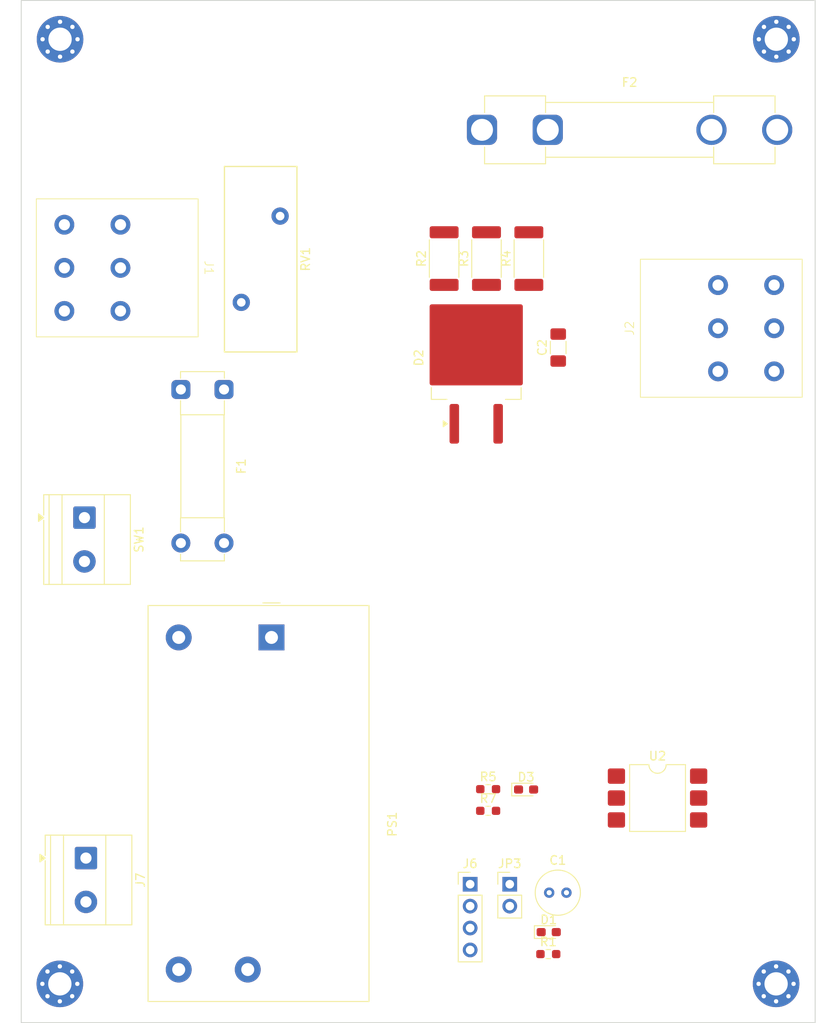
<source format=kicad_pcb>
(kicad_pcb (version 20241229) (generator "pcbnew") (generator_version "9.0")
  (title_block (title "${DOC_TYPE} Document") (date "2024-04-13") (rev "1.1") (company "${COMPANY}"))
  (layers (0 "F.Cu" signal "L1 (Sig, PWR)") (4 "In1.Cu" signal "L2 (GND)") (6 "In2.Cu" signal "L3 (Sig, PWR)") (8 "In3.Cu" signal "L4 (Sig, PWR)") (10 "In4.Cu" signal "L5 (GND)") (2 "B.Cu" signal "L6 (Sig, PWR)") (13 "F.Paste" user) (15 "B.Paste" user) (5 "F.SilkS" user "F.Silkscreen") (7 "B.SilkS" user "B.Silkscreen") (1 "F.Mask" user) (3 "B.Mask" user) (25 "Edge.Cuts" user))
  (property "BOARD_NAME" "Power Board")
  (property "COMPANY" "MTP Engineering")
  (property "DESIGNER" "Michael Pate")
  (property "DOC_TYPE" "Draft")
  (property "PROJECT_NAME" "Toaster-Flo")
  (property "RELEASE_DATE" "")
  (property "REVIEWER" "")
  (property "REVISION" "1.0")
  (property "VARIANT" "Rev 0")
  (net 0 "")
  (net 1 "GND")
  (net 2 "VDD")
  (net 3 "/Project Architecture/Heater Control/L1_F2_RC")
  (net 4 "LN")
  (net 5 "/Project Architecture/Power Supply/D1_K")
  (net 6 "/Project Architecture/Heater Control/LN_OPTO")
  (net 7 "/Project Architecture/Heater Control/L1_F2")
  (net 8 "/Project Architecture/Heater Control/D3_K")
  (net 9 "D_Heater")
  (net 10 "L1")
  (net 11 "/Project Architecture/Power Supply/L1_F1")
  (net 12 "/Project Architecture/Heater Control/L1_HEATER")
  (net 13 "GNDPWR")
  (net 14 "/Project Architecture/Power Supply/VDD_AC_DC")
  (net 15 "/Project Architecture/Power Supply/L1_F1_SW")
  (net 16 "/Project Architecture/Heater Control/L1_F2_OPTO")
  (net 17 "/Project Architecture/Heater Control/D_R5_OPTO")
  (footprint "Converter_ACDC:Converter_ACDC_MeanWell_IRM-10-xx_THT" (layer "F.Cu") (at 142.5 96.8425 -90)
    (property "Reference" "PS1" (at 21.6575 -14 90) (layer "F.SilkS"))
    (property "Value" "IRM-10-5")
    (fp_line (start -3.7 14.3) (end 42.2 14.3) (stroke (width 0.12)) (layer "F.SilkS"))
    (fp_line (start -4 -1) (end -4 1) (stroke (width 0.12)) (layer "F.SilkS"))
    (fp_line (start -3.7 -11.3) (end -3.7 14.3) (stroke (width 0.12)) (layer "F.SilkS"))
    (fp_line (start -3.7 -11.3) (end 42.2 -11.3) (stroke (width 0.12)) (layer "F.SilkS"))
    (fp_line (start 42.2 -11.3) (end 42.2 14.3) (stroke (width 0.12)) (layer "F.SilkS"))
    (pad "1" thru_hole rect (at 0 0 270) (size 3 3) (drill 1.5) (layers "*.Cu" "*.Mask") (net 4 "LN"))
    (pad "2" thru_hole circle (at 0 10.75 270) (size 3 3) (drill 1.5) (layers "*.Cu" "*.Mask") (net 15 "/Project Architecture/Power Supply/L1_F1_SW"))
    (pad "3" thru_hole circle (at 38.5 10.75 270) (size 3 3) (drill 1.5) (layers "*.Cu" "*.Mask") (net 1 "GND"))
    (pad "4" thru_hole circle (at 38.5 2.75 270) (size 3 3) (drill 1.5) (layers "*.Cu" "*.Mask") (net 14 "/Project Architecture/Power Supply/VDD_AC_DC"))
  )
  (footprint "Fuse:Fuseholder_Clip-5x20mm_Bel_FC-203-22_Lateral_P17.80x5.00mm_D1.17mm_Horizontal" (layer "F.Cu") (at 137 68.1 -90)
    (property "Reference" "F1" (at 8.9 -2 90) (layer "F.SilkS"))
    (property "Value" "1A")
    (fp_line (start -2.07 5.04) (end -2.07 -0.04) (stroke (width 0.12)) (layer "F.SilkS"))
    (fp_line (start -1.3 5.04) (end -2.07 5.04) (stroke (width 0.12)) (layer "F.SilkS"))
    (fp_line (start 2.93 5.04) (end 1.3 5.04) (stroke (width 0.12)) (layer "F.SilkS"))
    (fp_line (start 16.5 5.04) (end 14.87 5.04) (stroke (width 0.12)) (layer "F.SilkS"))
    (fp_line (start 19.1 5.04) (end 19.87 5.04) (stroke (width 0.12)) (layer "F.SilkS"))
    (fp_line (start 14.87 5) (end 2.93 5) (stroke (width 0.12)) (layer "F.SilkS"))
    (fp_line (start 14.87 0) (end 2.93 0) (stroke (width 0.12)) (layer "F.SilkS"))
    (fp_line (start -1.3 -0.04) (end -2.07 -0.04) (stroke (width 0.12)) (layer "F.SilkS"))
    (fp_line (start 2.93 -0.04) (end 2.93 5.04) (stroke (width 0.12)) (layer "F.SilkS"))
    (fp_line (start 2.93 -0.04) (end 1.3 -0.04) (stroke (width 0.12)) (layer "F.SilkS"))
    (fp_line (start 14.87 -0.04) (end 14.87 5.04) (stroke (width 0.12)) (layer "F.SilkS"))
    (fp_line (start 16.5 -0.04) (end 14.87 -0.04) (stroke (width 0.12)) (layer "F.SilkS"))
    (fp_line (start 19.1 -0.04) (end 19.87 -0.04) (stroke (width 0.12)) (layer "F.SilkS"))
    (fp_line (start 19.87 -0.04) (end 19.87 5.04) (stroke (width 0.12)) (layer "F.SilkS"))
    (pad "1" thru_hole roundrect (at 0 0 270) (size 2.2 2.2) (drill 1.17) (layers "*.Cu" "*.Mask") (net 10 "L1"))
    (pad "1" thru_hole roundrect (at 0 5 270) (size 2.2 2.2) (drill 1.17) (layers "*.Cu" "*.Mask") (net 10 "L1"))
    (pad "2" thru_hole circle (at 17.8 0 270) (size 2.2 2.2) (drill 1.17) (layers "*.Cu" "*.Mask") (net 11 "/Project Architecture/Power Supply/L1_F1"))
    (pad "2" thru_hole circle (at 17.8 5 270) (size 2.2 2.2) (drill 1.17) (layers "*.Cu" "*.Mask") (net 11 "/Project Architecture/Power Supply/L1_F1"))
  )
  (footprint "Fuse:Fuseholder_Clip-6.3x32mm_Littelfuse_122_Inline_P34.21x7.62mm_D2.54mm_Horizontal" (layer "F.Cu") (at 166.895 38)
    (property "Reference" "F2" (at 17.105 -5.5 0) (layer "F.SilkS"))
    (property "Value" "20A")
    (fp_line (start 0.3 -3.935) (end 0.3 -2) (stroke (width 0.12)) (layer "F.SilkS"))
    (fp_line (start 0.3 3.935) (end 0.3 2) (stroke (width 0.12)) (layer "F.SilkS"))
    (fp_line (start 7.365 -3.935) (end 0.3 -3.935) (stroke (width 0.12)) (layer "F.SilkS"))
    (fp_line (start 7.365 -3.935) (end 7.365 -2) (stroke (width 0.12)) (layer "F.SilkS"))
    (fp_line (start 7.365 3.935) (end 0.3 3.935) (stroke (width 0.12)) (layer "F.SilkS"))
    (fp_line (start 7.365 3.935) (end 7.365 2) (stroke (width 0.12)) (layer "F.SilkS"))
    (fp_line (start 26.845 -3.935) (end 26.845 -2) (stroke (width 0.12)) (layer "F.SilkS"))
    (fp_line (start 26.845 -3.175) (end 7.365 -3.175) (stroke (width 0.12)) (layer "F.SilkS"))
    (fp_line (start 26.845 3.175) (end 7.365 3.175) (stroke (width 0.12)) (layer "F.SilkS"))
    (fp_line (start 26.845 3.935) (end 26.845 2) (stroke (width 0.12)) (layer "F.SilkS"))
    (fp_line (start 26.845 3.935) (end 33.955 3.935) (stroke (width 0.12)) (layer "F.SilkS"))
    (fp_line (start 33.955 -3.935) (end 26.845 -3.935) (stroke (width 0.12)) (layer "F.SilkS"))
    (fp_line (start 33.955 -2) (end 33.955 -3.935) (stroke (width 0.12)) (layer "F.SilkS"))
    (fp_line (start 33.955 2) (end 33.955 3.935) (stroke (width 0.12)) (layer "F.SilkS"))
    (pad "1" thru_hole roundrect (at 0 0) (size 3.5 3.5) (drill 2.54) (layers "*.Cu" "*.Mask") (net 7 "/Project Architecture/Heater Control/L1_F2"))
    (pad "1" thru_hole roundrect (at 7.62 0) (size 3.5 3.5) (drill 2.54) (layers "*.Cu" "*.Mask") (net 7 "/Project Architecture/Heater Control/L1_F2"))
    (pad "2" thru_hole circle (at 26.59 0) (size 3.5 3.5) (drill 2.54) (layers "*.Cu" "*.Mask") (net 12 "/Project Architecture/Heater Control/L1_HEATER"))
    (pad "2" thru_hole circle (at 34.21 0) (size 3.5 3.5) (drill 2.54) (layers "*.Cu" "*.Mask") (net 12 "/Project Architecture/Heater Control/L1_HEATER"))
  )
  (footprint "TerminalBlock_Phoenix:TerminalBlock_Phoenix_MKDS-1,5-2-5.08_1x02_P5.08mm_Horizontal" (layer "F.Cu") (at 120.8275 82.955 -90)
    (property "Reference" "SW1" (at 2.54 -6.32 90) (layer "F.SilkS"))
    (property "Value" "SW_SPST")
    (fp_line (start -2.66 4.72) (end -2.66 -5.32) (stroke (width 0.12)) (layer "F.SilkS"))
    (fp_line (start -0.3 4.72) (end -2.66 4.72) (stroke (width 0.12)) (layer "F.SilkS"))
    (fp_line (start 7.74 4.72) (end 0.3 4.72) (stroke (width 0.12)) (layer "F.SilkS"))
    (fp_line (start -2.66 4.1) (end 7.74 4.1) (stroke (width 0.12)) (layer "F.SilkS"))
    (fp_line (start -2.66 2.6) (end 7.74 2.6) (stroke (width 0.12)) (layer "F.SilkS"))
    (fp_line (start -2.66 -2.3) (end 7.74 -2.3) (stroke (width 0.12)) (layer "F.SilkS"))
    (fp_line (start -2.66 -5.32) (end 7.74 -5.32) (stroke (width 0.12)) (layer "F.SilkS"))
    (fp_line (start 7.74 -5.32) (end 7.74 4.72) (stroke (width 0.12)) (layer "F.SilkS"))
    (fp_poly (pts (xy 0 4.72) (xy 0.44 5.33) (xy -0.44 5.33)) (stroke (width 0.12)) (fill yes) (layer "F.SilkS"))
    (pad "1" thru_hole roundrect (at 0 0 270) (size 2.6 2.6) (drill 1.3) (layers "*.Cu" "*.Mask") (roundrect_rratio 0.096154) (net 11 "/Project Architecture/Power Supply/L1_F1"))
    (pad "2" thru_hole circle (at 5.08 0 270) (size 2.6 2.6) (drill 1.3) (layers "*.Cu" "*.Mask") (net 15 "/Project Architecture/Power Supply/L1_F1_SW"))
  )
  (footprint "LED_SMD:LED_0603_1608Metric_Pad1.05x0.95mm_HandSolder" (layer "F.Cu") (at 174.625 131)
    (property "Reference" "D1" (at 0 -1.43 0) (layer "F.SilkS"))
    (property "Value" "RED")
    (fp_line (start -1.66 -0.735) (end -1.66 0.735) (stroke (width 0.12)) (layer "F.SilkS"))
    (fp_line (start -1.66 0.735) (end 0.8 0.735) (stroke (width 0.12)) (layer "F.SilkS"))
    (fp_line (start 0.8 -0.735) (end -1.66 -0.735) (stroke (width 0.12)) (layer "F.SilkS"))
    (pad "1" smd roundrect (at -0.875 0) (size 1.05 0.95) (layers "F.Cu" "F.Mask" "F.Paste") (net 5 "/Project Architecture/Power Supply/D1_K"))
    (pad "2" smd roundrect (at 0.875 0) (size 1.05 0.95) (layers "F.Cu" "F.Mask" "F.Paste") (net 2 "VDD"))
  )
  (footprint "Connector_PinHeader_2.54mm:PinHeader_1x02_P2.54mm_Vertical" (layer "F.Cu") (at 170.11 125.45)
    (property "Reference" "JP3" (at 0 -2.38 0) (layer "F.SilkS"))
    (property "Value" "Jumper_2_Open")
    (fp_line (start -1.38 -1.38) (end 0 -1.38) (stroke (width 0.12)) (layer "F.SilkS"))
    (fp_line (start -1.38 0) (end -1.38 -1.38) (stroke (width 0.12)) (layer "F.SilkS"))
    (fp_line (start -1.38 1.27) (end -1.38 3.92) (stroke (width 0.12)) (layer "F.SilkS"))
    (fp_line (start -1.38 1.27) (end 1.38 1.27) (stroke (width 0.12)) (layer "F.SilkS"))
    (fp_line (start -1.38 3.92) (end 1.38 3.92) (stroke (width 0.12)) (layer "F.SilkS"))
    (fp_line (start 1.38 1.27) (end 1.38 3.92) (stroke (width 0.12)) (layer "F.SilkS"))
    (pad "1" thru_hole rect (at 0 0) (size 1.7 1.7) (drill 1) (layers "*.Cu" "*.Mask") (net 14 "/Project Architecture/Power Supply/VDD_AC_DC"))
    (pad "2" thru_hole circle (at 0 2.54) (size 1.7 1.7) (drill 1) (layers "*.Cu" "*.Mask") (net 2 "VDD"))
  )
  (footprint "Resistor_SMD:R_0603_1608Metric_Pad0.98x0.95mm_HandSolder" (layer "F.Cu") (at 174.58 133.55)
    (property "Reference" "R1" (at 0 -1.43 0) (layer "F.SilkS"))
    (property "Value" "330")
    (fp_line (start -0.254724 -0.5225) (end 0.254724 -0.5225) (stroke (width 0.12)) (layer "F.SilkS"))
    (fp_line (start -0.254724 0.5225) (end 0.254724 0.5225) (stroke (width 0.12)) (layer "F.SilkS"))
    (pad "1" smd roundrect (at -0.9125 0) (size 0.975 0.95) (layers "F.Cu" "F.Mask" "F.Paste") (net 5 "/Project Architecture/Power Supply/D1_K"))
    (pad "2" smd roundrect (at 0.9125 0) (size 0.975 0.95) (layers "F.Cu" "F.Mask" "F.Paste") (net 1 "GND"))
  )
  (footprint "LED_SMD:LED_0603_1608Metric_Pad1.05x0.95mm_HandSolder" (layer "F.Cu") (at 172.0025 114.47)
    (property "Reference" "D3" (at 0 -1.43 0) (layer "F.SilkS"))
    (property "Value" "RED")
    (fp_line (start -1.66 -0.735) (end -1.66 0.735) (stroke (width 0.12)) (layer "F.SilkS"))
    (fp_line (start -1.66 0.735) (end 0.8 0.735) (stroke (width 0.12)) (layer "F.SilkS"))
    (fp_line (start 0.8 -0.735) (end -1.66 -0.735) (stroke (width 0.12)) (layer "F.SilkS"))
    (pad "1" smd roundrect (at -0.875 0) (size 1.05 0.95) (layers "F.Cu" "F.Mask" "F.Paste") (net 8 "/Project Architecture/Heater Control/D3_K"))
    (pad "2" smd roundrect (at 0.875 0) (size 1.05 0.95) (layers "F.Cu" "F.Mask" "F.Paste") (net 9 "D_Heater"))
  )
  (footprint "MountingHole:MountingHole_2.7mm_M2.5_Pad_Via" (layer "F.Cu") (at 118 27.5)
    (property "Reference" "H1" (hide yes))
    (property "Value" "MountingHole_Pad")
    (pad "1" thru_hole circle (at -2.025 0) (size 0.8 0.8) (drill 0.5) (layers "*.Cu" "*.Mask"))
    (pad "1" thru_hole circle (at -1.431891 -1.431891) (size 0.8 0.8) (drill 0.5) (layers "*.Cu" "*.Mask"))
    (pad "1" thru_hole circle (at -1.431891 1.431891) (size 0.8 0.8) (drill 0.5) (layers "*.Cu" "*.Mask"))
    (pad "1" thru_hole circle (at 0 -2.025) (size 0.8 0.8) (drill 0.5) (layers "*.Cu" "*.Mask"))
    (pad "1" thru_hole circle (at 0 0) (size 5.4 5.4) (drill 2.7) (layers "*.Cu" "*.Mask"))
    (pad "1" thru_hole circle (at 0 2.025) (size 0.8 0.8) (drill 0.5) (layers "*.Cu" "*.Mask"))
    (pad "1" thru_hole circle (at 1.431891 -1.431891) (size 0.8 0.8) (drill 0.5) (layers "*.Cu" "*.Mask"))
    (pad "1" thru_hole circle (at 1.431891 1.431891) (size 0.8 0.8) (drill 0.5) (layers "*.Cu" "*.Mask"))
    (pad "1" thru_hole circle (at 2.025 0) (size 0.8 0.8) (drill 0.5) (layers "*.Cu" "*.Mask"))
  )
  (footprint "Package_TO_SOT_SMD:TO-263-2" (layer "F.Cu") (at 166.225 64.425 90)
    (property "Reference" "D2" (at 0 -6.65 90) (layer "F.SilkS"))
    (property "Value" "T2035T-8G-RT")
    (fp_line (start -3.46 -5.2) (end -4.825 -5.2) (stroke (width 0.12)) (layer "F.SilkS"))
    (fp_line (start -4.825 -5.2) (end -4.825 -3.39) (stroke (width 0.12)) (layer "F.SilkS"))
    (fp_line (start -3.46 5.2) (end -4.825 5.2) (stroke (width 0.12)) (layer "F.SilkS"))
    (fp_line (start -4.825 5.2) (end -4.825 3.39) (stroke (width 0.12)) (layer "F.SilkS"))
    (fp_poly (pts (xy -7.65 -3.35) (xy -7.99 -3.82) (xy -7.31 -3.82)) (stroke (width 0.12)) (fill yes) (layer "F.SilkS"))
    (pad "1" smd roundrect (at -7.65 -2.54 90) (size 4.6 1.1) (layers "F.Cu" "F.Mask" "F.Paste") (roundrect_rratio 0.227273) (net 4 "LN"))
    (pad "2" smd roundrect (at 1.5 0 90) (size 9.4 10.8) (layers "F.Cu" "F.Mask") (roundrect_rratio 0.026596) (net 7 "/Project Architecture/Heater Control/L1_F2"))
    (pad "3" smd roundrect (at -7.65 2.54 90) (size 4.6 1.1) (layers "F.Cu" "F.Mask" "F.Paste") (roundrect_rratio 0.227273) (net 6 "/Project Architecture/Heater Control/LN_OPTO"))
  )
  (footprint "Package_DIP:SMDIP-6_W9.53mm" (layer "F.Cu") (at 187.235 115.46)
    (property "Reference" "U2" (at 0 -4.87 0) (layer "F.SilkS"))
    (property "Value" "MOC3083S-TA1")
    (fp_line (start -3.235 -3.87) (end -3.235 3.87) (stroke (width 0.12)) (layer "F.SilkS"))
    (fp_line (start -3.235 3.87) (end 3.235 3.87) (stroke (width 0.12)) (layer "F.SilkS"))
    (fp_line (start -1 -3.87) (end -3.235 -3.87) (stroke (width 0.12)) (layer "F.SilkS"))
    (fp_line (start 3.235 -3.87) (end 1 -3.87) (stroke (width 0.12)) (layer "F.SilkS"))
    (fp_line (start 3.235 3.87) (end 3.235 -3.87) (stroke (width 0.12)) (layer "F.SilkS"))
    (fp_arc (start 1 -3.87) (mid 0 -2.87) (end -1 -3.87) (stroke (width 0.12)) (layer "F.SilkS"))
    (pad "1" smd roundrect (at -4.765 -2.54) (size 2 1.78) (layers "F.Cu" "F.Mask" "F.Paste") (roundrect_rratio 0.140449) (net 17 "/Project Architecture/Heater Control/D_R5_OPTO"))
    (pad "2" smd roundrect (at -4.765 0) (size 2 1.78) (layers "F.Cu" "F.Mask" "F.Paste") (roundrect_rratio 0.140449) (net 1 "GND"))
    (pad "3" smd roundrect (at -4.765 2.54) (size 2 1.78) (layers "F.Cu" "F.Mask" "F.Paste") (roundrect_rratio 0.140449))
    (pad "4" smd roundrect (at 4.765 2.54) (size 2 1.78) (layers "F.Cu" "F.Mask" "F.Paste") (roundrect_rratio 0.140449) (net 6 "/Project Architecture/Heater Control/LN_OPTO"))
    (pad "5" smd roundrect (at 4.765 0) (size 2 1.78) (layers "F.Cu" "F.Mask" "F.Paste") (roundrect_rratio 0.140449))
    (pad "6" smd roundrect (at 4.765 -2.54) (size 2 1.78) (layers "F.Cu" "F.Mask" "F.Paste") (roundrect_rratio 0.140449) (net 16 "/Project Architecture/Heater Control/L1_F2_OPTO"))
  )
  (footprint "Varistor:RV_Disc_D21.5mm_W8.4mm_P10mm" (layer "F.Cu") (at 139 58 90)
    (property "Reference" "RV1" (at 5 7.45 90) (layer "F.SilkS"))
    (property "Value" "TMOV20RP150E")
    (fp_line (start 15.75 -1.95) (end 15.75 6.45) (stroke (width 0.15)) (layer "F.SilkS"))
    (fp_line (start -5.75 -1.95) (end 15.75 -1.95) (stroke (width 0.15)) (layer "F.SilkS"))
    (fp_line (start -5.75 -1.95) (end -5.75 6.45) (stroke (width 0.15)) (layer "F.SilkS"))
    (fp_line (start -5.75 6.45) (end 15.75 6.45) (stroke (width 0.15)) (layer "F.SilkS"))
    (pad "1" thru_hole circle (at 0 0 90) (size 2 2) (drill 1) (layers "*.Cu" "*.Mask") (net 10 "L1"))
    (pad "2" thru_hole circle (at 10 4.5 90) (size 2 2) (drill 1) (layers "*.Cu" "*.Mask") (net 4 "LN"))
  )
  (footprint "Connector_PinHeader_2.54mm:PinHeader_1x04_P2.54mm_Vertical" (layer "F.Cu") (at 165.52 125.45)
    (property "Reference" "J6" (at 0 -2.38 0) (layer "F.SilkS"))
    (property "Value" "Conn_01x04")
    (fp_line (start -1.38 -1.38) (end 0 -1.38) (stroke (width 0.12)) (layer "F.SilkS"))
    (fp_line (start -1.38 0) (end -1.38 -1.38) (stroke (width 0.12)) (layer "F.SilkS"))
    (fp_line (start -1.38 1.27) (end -1.38 9) (stroke (width 0.12)) (layer "F.SilkS"))
    (fp_line (start -1.38 1.27) (end 1.38 1.27) (stroke (width 0.12)) (layer "F.SilkS"))
    (fp_line (start -1.38 9) (end 1.38 9) (stroke (width 0.12)) (layer "F.SilkS"))
    (fp_line (start 1.38 1.27) (end 1.38 9) (stroke (width 0.12)) (layer "F.SilkS"))
    (pad "1" thru_hole rect (at 0 0) (size 1.7 1.7) (drill 1) (layers "*.Cu" "*.Mask") (net 2 "VDD"))
    (pad "2" thru_hole circle (at 0 2.54) (size 1.7 1.7) (drill 1) (layers "*.Cu" "*.Mask") (net 2 "VDD"))
    (pad "3" thru_hole circle (at 0 5.08) (size 1.7 1.7) (drill 1) (layers "*.Cu" "*.Mask") (net 1 "GND"))
    (pad "4" thru_hole circle (at 0 7.62) (size 1.7 1.7) (drill 1) (layers "*.Cu" "*.Mask") (net 1 "GND"))
  )
  (footprint "MountingHole:MountingHole_2.7mm_M2.5_Pad_Via" (layer "F.Cu") (at 201 27.5)
    (property "Reference" "H2" (hide yes))
    (property "Value" "MountingHole_Pad")
    (pad "1" thru_hole circle (at -2.025 0) (size 0.8 0.8) (drill 0.5) (layers "*.Cu" "*.Mask"))
    (pad "1" thru_hole circle (at -1.431891 -1.431891) (size 0.8 0.8) (drill 0.5) (layers "*.Cu" "*.Mask"))
    (pad "1" thru_hole circle (at -1.431891 1.431891) (size 0.8 0.8) (drill 0.5) (layers "*.Cu" "*.Mask"))
    (pad "1" thru_hole circle (at 0 -2.025) (size 0.8 0.8) (drill 0.5) (layers "*.Cu" "*.Mask"))
    (pad "1" thru_hole circle (at 0 0) (size 5.4 5.4) (drill 2.7) (layers "*.Cu" "*.Mask"))
    (pad "1" thru_hole circle (at 0 2.025) (size 0.8 0.8) (drill 0.5) (layers "*.Cu" "*.Mask"))
    (pad "1" thru_hole circle (at 1.431891 -1.431891) (size 0.8 0.8) (drill 0.5) (layers "*.Cu" "*.Mask"))
    (pad "1" thru_hole circle (at 1.431891 1.431891) (size 0.8 0.8) (drill 0.5) (layers "*.Cu" "*.Mask"))
    (pad "1" thru_hole circle (at 2.025 0) (size 0.8 0.8) (drill 0.5) (layers "*.Cu" "*.Mask"))
  )
  (footprint "Resistor_SMD:R_0603_1608Metric_Pad0.98x0.95mm_HandSolder" (layer "F.Cu") (at 167.6075 116.94)
    (property "Reference" "R7" (at 0 -1.43 0) (layer "F.SilkS"))
    (property "Value" "330")
    (fp_line (start -0.254724 -0.5225) (end 0.254724 -0.5225) (stroke (width 0.12)) (layer "F.SilkS"))
    (fp_line (start -0.254724 0.5225) (end 0.254724 0.5225) (stroke (width 0.12)) (layer "F.SilkS"))
    (pad "1" smd roundrect (at -0.9125 0) (size 0.975 0.95) (layers "F.Cu" "F.Mask" "F.Paste") (net 8 "/Project Architecture/Heater Control/D3_K"))
    (pad "2" smd roundrect (at 0.9125 0) (size 0.975 0.95) (layers "F.Cu" "F.Mask" "F.Paste") (net 1 "GND"))
  )
  (footprint "PhoenixContact_SPTA:SPTA-THR 2.53-5.0 P26" (layer "F.Cu") (at 187.5 61 90)
    (property "Reference" "J2" (at 0 -3.5 90) (layer "F.SilkS") (effects (font (thickness 0.1))))
    (property "Value" "1366005")
    (fp_rect (start -8 -2.25) (end 8 16.5) (stroke (width 0.1)) (fill no) (layer "F.SilkS"))
    (pad "1" thru_hole circle (at -5 6.75 90) (size 2.3 2.3) (drill 1.3) (layers "*.Cu" "*.Mask") (net 10 "L1"))
    (pad "1" thru_hole circle (at -5 13.25 90) (size 2.3 2.3) (drill 1.3) (layers "*.Cu" "*.Mask") (net 10 "L1"))
    (pad "2" thru_hole circle (at 0 6.75 90) (size 2.3 2.3) (drill 1.3) (layers "*.Cu" "*.Mask") (net 13 "GNDPWR"))
    (pad "2" thru_hole circle (at 0 13.25 90) (size 2.3 2.3) (drill 1.3) (layers "*.Cu" "*.Mask") (net 13 "GNDPWR"))
    (pad "3" thru_hole circle (at 5 6.75 90) (size 2.3 2.3) (drill 1.3) (layers "*.Cu" "*.Mask") (net 12 "/Project Architecture/Heater Control/L1_HEATER"))
    (pad "3" thru_hole circle (at 5 13.25 90) (size 2.3 2.3) (drill 1.3) (layers "*.Cu" "*.Mask") (net 12 "/Project Architecture/Heater Control/L1_HEATER"))
  )
  (footprint "PhoenixContact_SPTA:SPTA-THR 2.53-5.0 P26" (layer "F.Cu") (at 131.75 54 -90)
    (property "Reference" "J1" (at 0 -3.5 270) (layer "F.SilkS") (effects (font (thickness 0.1))))
    (property "Value" "1366005")
    (fp_rect (start -8 -2.25) (end 8 16.5) (stroke (width 0.1)) (fill no) (layer "F.SilkS"))
    (pad "1" thru_hole circle (at -5 6.75 270) (size 2.3 2.3) (drill 1.3) (layers "*.Cu" "*.Mask") (net 4 "LN"))
    (pad "1" thru_hole circle (at -5 13.25 270) (size 2.3 2.3) (drill 1.3) (layers "*.Cu" "*.Mask") (net 4 "LN"))
    (pad "2" thru_hole circle (at 0 6.75 270) (size 2.3 2.3) (drill 1.3) (layers "*.Cu" "*.Mask") (net 13 "GNDPWR"))
    (pad "2" thru_hole circle (at 0 13.25 270) (size 2.3 2.3) (drill 1.3) (layers "*.Cu" "*.Mask") (net 13 "GNDPWR"))
    (pad "3" thru_hole circle (at 5 6.75 270) (size 2.3 2.3) (drill 1.3) (layers "*.Cu" "*.Mask") (net 10 "L1"))
    (pad "3" thru_hole circle (at 5 13.25 270) (size 2.3 2.3) (drill 1.3) (layers "*.Cu" "*.Mask") (net 10 "L1"))
  )
  (footprint "TerminalBlock_Phoenix:TerminalBlock_Phoenix_MKDS-1,5-2-5.08_1x02_P5.08mm_Horizontal" (layer "F.Cu") (at 121 122.42 -90)
    (property "Reference" "J7" (at 2.54 -6.32 90) (layer "F.SilkS"))
    (property "Value" "Conn_01x02")
    (fp_line (start -2.66 4.72) (end -2.66 -5.32) (stroke (width 0.12)) (layer "F.SilkS"))
    (fp_line (start -0.3 4.72) (end -2.66 4.72) (stroke (width 0.12)) (layer "F.SilkS"))
    (fp_line (start 7.74 4.72) (end 0.3 4.72) (stroke (width 0.12)) (layer "F.SilkS"))
    (fp_line (start -2.66 4.1) (end 7.74 4.1) (stroke (width 0.12)) (layer "F.SilkS"))
    (fp_line (start -2.66 2.6) (end 7.74 2.6) (stroke (width 0.12)) (layer "F.SilkS"))
    (fp_line (start -2.66 -2.3) (end 7.74 -2.3) (stroke (width 0.12)) (layer "F.SilkS"))
    (fp_line (start -2.66 -5.32) (end 7.74 -5.32) (stroke (width 0.12)) (layer "F.SilkS"))
    (fp_line (start 7.74 -5.32) (end 7.74 4.72) (stroke (width 0.12)) (layer "F.SilkS"))
    (fp_poly (pts (xy 0 4.72) (xy 0.44 5.33) (xy -0.44 5.33)) (stroke (width 0.12)) (fill yes) (layer "F.SilkS"))
    (pad "1" thru_hole roundrect (at 0 0 270) (size 2.6 2.6) (drill 1.3) (layers "*.Cu" "*.Mask") (roundrect_rratio 0.096154) (net 2 "VDD"))
    (pad "2" thru_hole circle (at 5.08 0 270) (size 2.6 2.6) (drill 1.3) (layers "*.Cu" "*.Mask") (net 1 "GND"))
  )
  (footprint "Resistor_SMD:R_2512_6332Metric_Pad1.40x3.35mm_HandSolder" (layer "F.Cu") (at 167.415 52.925 90)
    (property "Reference" "R3" (at 0 -2.63 90) (layer "F.SilkS"))
    (property "Value" "330")
    (fp_line (start -2.177064 -1.71) (end 2.177064 -1.71) (stroke (width 0.12)) (layer "F.SilkS"))
    (fp_line (start -2.177064 1.71) (end 2.177064 1.71) (stroke (width 0.12)) (layer "F.SilkS"))
    (pad "1" smd roundrect (at -3.05 0 90) (size 1.4 3.35) (layers "F.Cu" "F.Mask" "F.Paste") (roundrect_rratio 0.178571) (net 4 "LN"))
    (pad "2" smd roundrect (at 3.05 0 90) (size 1.4 3.35) (layers "F.Cu" "F.Mask" "F.Paste") (roundrect_rratio 0.178571) (net 6 "/Project Architecture/Heater Control/LN_OPTO"))
  )
  (footprint "Resistor_SMD:R_2512_6332Metric_Pad1.40x3.35mm_HandSolder" (layer "F.Cu") (at 172.325 52.925 90)
    (property "Reference" "R4" (at 0 -2.63 90) (layer "F.SilkS"))
    (property "Value" "39")
    (fp_line (start -2.177064 -1.71) (end 2.177064 -1.71) (stroke (width 0.12)) (layer "F.SilkS"))
    (fp_line (start -2.177064 1.71) (end 2.177064 1.71) (stroke (width 0.12)) (layer "F.SilkS"))
    (pad "1" smd roundrect (at -3.05 0 90) (size 1.4 3.35) (layers "F.Cu" "F.Mask" "F.Paste") (roundrect_rratio 0.178571) (net 3 "/Project Architecture/Heater Control/L1_F2_RC"))
    (pad "2" smd roundrect (at 3.05 0 90) (size 1.4 3.35) (layers "F.Cu" "F.Mask" "F.Paste") (roundrect_rratio 0.178571) (net 7 "/Project Architecture/Heater Control/L1_F2"))
  )
  (footprint "Resistor_SMD:R_2512_6332Metric_Pad1.40x3.35mm_HandSolder" (layer "F.Cu") (at 162.505 52.925 90)
    (property "Reference" "R2" (at 0 -2.63 90) (layer "F.SilkS"))
    (property "Value" "330")
    (fp_line (start -2.177064 -1.71) (end 2.177064 -1.71) (stroke (width 0.12)) (layer "F.SilkS"))
    (fp_line (start -2.177064 1.71) (end 2.177064 1.71) (stroke (width 0.12)) (layer "F.SilkS"))
    (pad "1" smd roundrect (at -3.05 0 90) (size 1.4 3.35) (layers "F.Cu" "F.Mask" "F.Paste") (roundrect_rratio 0.178571) (net 16 "/Project Architecture/Heater Control/L1_F2_OPTO"))
    (pad "2" smd roundrect (at 3.05 0 90) (size 1.4 3.35) (layers "F.Cu" "F.Mask" "F.Paste") (roundrect_rratio 0.178571) (net 7 "/Project Architecture/Heater Control/L1_F2"))
  )
  (footprint "MountingHole:MountingHole_2.7mm_M2.5_Pad_Via" (layer "F.Cu") (at 200.975 137)
    (property "Reference" "H4" (hide yes))
    (property "Value" "MountingHole_Pad")
    (pad "1" thru_hole circle (at -2.025 0) (size 0.8 0.8) (drill 0.5) (layers "*.Cu" "*.Mask"))
    (pad "1" thru_hole circle (at -1.431891 -1.431891) (size 0.8 0.8) (drill 0.5) (layers "*.Cu" "*.Mask"))
    (pad "1" thru_hole circle (at -1.431891 1.431891) (size 0.8 0.8) (drill 0.5) (layers "*.Cu" "*.Mask"))
    (pad "1" thru_hole circle (at 0 -2.025) (size 0.8 0.8) (drill 0.5) (layers "*.Cu" "*.Mask"))
    (pad "1" thru_hole circle (at 0 0) (size 5.4 5.4) (drill 2.7) (layers "*.Cu" "*.Mask"))
    (pad "1" thru_hole circle (at 0 2.025) (size 0.8 0.8) (drill 0.5) (layers "*.Cu" "*.Mask"))
    (pad "1" thru_hole circle (at 1.431891 -1.431891) (size 0.8 0.8) (drill 0.5) (layers "*.Cu" "*.Mask"))
    (pad "1" thru_hole circle (at 1.431891 1.431891) (size 0.8 0.8) (drill 0.5) (layers "*.Cu" "*.Mask"))
    (pad "1" thru_hole circle (at 2.025 0) (size 0.8 0.8) (drill 0.5) (layers "*.Cu" "*.Mask"))
  )
  (footprint "MountingHole:MountingHole_2.7mm_M2.5_Pad_Via" (layer "F.Cu") (at 117.975 137)
    (property "Reference" "H3" (hide yes))
    (property "Value" "MountingHole_Pad")
    (pad "1" thru_hole circle (at -2.025 0) (size 0.8 0.8) (drill 0.5) (layers "*.Cu" "*.Mask"))
    (pad "1" thru_hole circle (at -1.431891 -1.431891) (size 0.8 0.8) (drill 0.5) (layers "*.Cu" "*.Mask"))
    (pad "1" thru_hole circle (at -1.431891 1.431891) (size 0.8 0.8) (drill 0.5) (layers "*.Cu" "*.Mask"))
    (pad "1" thru_hole circle (at 0 -2.025) (size 0.8 0.8) (drill 0.5) (layers "*.Cu" "*.Mask"))
    (pad "1" thru_hole circle (at 0 0) (size 5.4 5.4) (drill 2.7) (layers "*.Cu" "*.Mask"))
    (pad "1" thru_hole circle (at 0 2.025) (size 0.8 0.8) (drill 0.5) (layers "*.Cu" "*.Mask"))
    (pad "1" thru_hole circle (at 1.431891 -1.431891) (size 0.8 0.8) (drill 0.5) (layers "*.Cu" "*.Mask"))
    (pad "1" thru_hole circle (at 1.431891 1.431891) (size 0.8 0.8) (drill 0.5) (layers "*.Cu" "*.Mask"))
    (pad "1" thru_hole circle (at 2.025 0) (size 0.8 0.8) (drill 0.5) (layers "*.Cu" "*.Mask"))
  )
  (footprint "Resistor_SMD:R_0603_1608Metric_Pad0.98x0.95mm_HandSolder" (layer "F.Cu") (at 167.6075 114.43)
    (property "Reference" "R5" (at 0 -1.43 0) (layer "F.SilkS"))
    (property "Value" "330")
    (fp_line (start -0.254724 -0.5225) (end 0.254724 -0.5225) (stroke (width 0.12)) (layer "F.SilkS"))
    (fp_line (start -0.254724 0.5225) (end 0.254724 0.5225) (stroke (width 0.12)) (layer "F.SilkS"))
    (pad "1" smd roundrect (at -0.9125 0) (size 0.975 0.95) (layers "F.Cu" "F.Mask" "F.Paste") (net 9 "D_Heater"))
    (pad "2" smd roundrect (at 0.9125 0) (size 0.975 0.95) (layers "F.Cu" "F.Mask" "F.Paste") (net 17 "/Project Architecture/Heater Control/D_R5_OPTO"))
  )
  (footprint "Capacitor_THT:C_Radial_D5.0mm_H5.0mm_P2.00mm" (layer "F.Cu") (at 174.68 126.43)
    (property "Reference" "C1" (at 1 -3.75 0) (layer "F.SilkS"))
    (property "Value" "100uF")
    (fp_circle (center 1 0) (end 3.62 0) (stroke (width 0.12)) (fill no) (layer "F.SilkS"))
    (pad "1" thru_hole circle (at 0 0) (size 1.2 1.2) (drill 0.6) (layers "*.Cu" "*.Mask") (net 2 "VDD"))
    (pad "2" thru_hole circle (at 2 0) (size 1.2 1.2) (drill 0.6) (layers "*.Cu" "*.Mask") (net 1 "GND"))
  )
  (footprint "Capacitor_SMD:C_1206_3216Metric_Pad1.33x1.80mm_HandSolder" (layer "F.Cu") (at 175.725 63.2375 90)
    (property "Reference" "C2" (at 0 -1.85 90) (layer "F.SilkS"))
    (property "Value" "10nF 250V")
    (fp_line (start -0.711252 -0.91) (end 0.711252 -0.91) (stroke (width 0.12)) (layer "F.SilkS"))
    (fp_line (start -0.711252 0.91) (end 0.711252 0.91) (stroke (width 0.12)) (layer "F.SilkS"))
    (pad "1" smd roundrect (at -1.5625 0 90) (size 1.325 1.8) (layers "F.Cu" "F.Mask" "F.Paste") (roundrect_rratio 0.188679) (net 3 "/Project Architecture/Heater Control/L1_F2_RC"))
    (pad "2" smd roundrect (at 1.5625 0 90) (size 1.325 1.8) (layers "F.Cu" "F.Mask" "F.Paste") (roundrect_rratio 0.188679) (net 4 "LN"))
  )
  (gr_rect (start 113.5 23) (end 205.5 141.5) (stroke (width 0.1)) (fill no) (layer "Edge.Cuts"))
)
</source>
